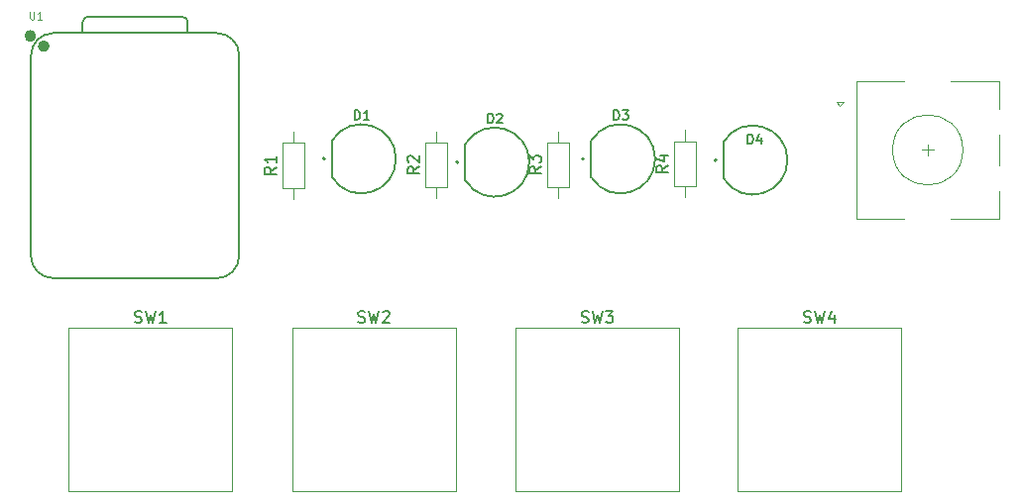
<source format=gbr>
%TF.GenerationSoftware,KiCad,Pcbnew,9.0.2*%
%TF.CreationDate,2025-06-28T18:10:06-07:00*%
%TF.ProjectId,pcb,7063622e-6b69-4636-9164-5f7063625858,rev?*%
%TF.SameCoordinates,Original*%
%TF.FileFunction,Legend,Top*%
%TF.FilePolarity,Positive*%
%FSLAX46Y46*%
G04 Gerber Fmt 4.6, Leading zero omitted, Abs format (unit mm)*
G04 Created by KiCad (PCBNEW 9.0.2) date 2025-06-28 18:10:06*
%MOMM*%
%LPD*%
G01*
G04 APERTURE LIST*
%ADD10C,0.150000*%
%ADD11C,0.101600*%
%ADD12C,0.120000*%
%ADD13C,0.127000*%
%ADD14C,0.100000*%
%ADD15C,0.504000*%
%ADD16C,0.200000*%
G04 APERTURE END LIST*
D10*
X113016667Y-87783200D02*
X113159524Y-87830819D01*
X113159524Y-87830819D02*
X113397619Y-87830819D01*
X113397619Y-87830819D02*
X113492857Y-87783200D01*
X113492857Y-87783200D02*
X113540476Y-87735580D01*
X113540476Y-87735580D02*
X113588095Y-87640342D01*
X113588095Y-87640342D02*
X113588095Y-87545104D01*
X113588095Y-87545104D02*
X113540476Y-87449866D01*
X113540476Y-87449866D02*
X113492857Y-87402247D01*
X113492857Y-87402247D02*
X113397619Y-87354628D01*
X113397619Y-87354628D02*
X113207143Y-87307009D01*
X113207143Y-87307009D02*
X113111905Y-87259390D01*
X113111905Y-87259390D02*
X113064286Y-87211771D01*
X113064286Y-87211771D02*
X113016667Y-87116533D01*
X113016667Y-87116533D02*
X113016667Y-87021295D01*
X113016667Y-87021295D02*
X113064286Y-86926057D01*
X113064286Y-86926057D02*
X113111905Y-86878438D01*
X113111905Y-86878438D02*
X113207143Y-86830819D01*
X113207143Y-86830819D02*
X113445238Y-86830819D01*
X113445238Y-86830819D02*
X113588095Y-86878438D01*
X113921429Y-86830819D02*
X114159524Y-87830819D01*
X114159524Y-87830819D02*
X114350000Y-87116533D01*
X114350000Y-87116533D02*
X114540476Y-87830819D01*
X114540476Y-87830819D02*
X114778572Y-86830819D01*
X115064286Y-86830819D02*
X115683333Y-86830819D01*
X115683333Y-86830819D02*
X115350000Y-87211771D01*
X115350000Y-87211771D02*
X115492857Y-87211771D01*
X115492857Y-87211771D02*
X115588095Y-87259390D01*
X115588095Y-87259390D02*
X115635714Y-87307009D01*
X115635714Y-87307009D02*
X115683333Y-87402247D01*
X115683333Y-87402247D02*
X115683333Y-87640342D01*
X115683333Y-87640342D02*
X115635714Y-87735580D01*
X115635714Y-87735580D02*
X115588095Y-87783200D01*
X115588095Y-87783200D02*
X115492857Y-87830819D01*
X115492857Y-87830819D02*
X115207143Y-87830819D01*
X115207143Y-87830819D02*
X115111905Y-87783200D01*
X115111905Y-87783200D02*
X115064286Y-87735580D01*
D11*
X65886190Y-61253479D02*
X65886190Y-61767526D01*
X65886190Y-61767526D02*
X65916428Y-61828002D01*
X65916428Y-61828002D02*
X65946666Y-61858241D01*
X65946666Y-61858241D02*
X66007142Y-61888479D01*
X66007142Y-61888479D02*
X66128095Y-61888479D01*
X66128095Y-61888479D02*
X66188571Y-61858241D01*
X66188571Y-61858241D02*
X66218809Y-61828002D01*
X66218809Y-61828002D02*
X66249047Y-61767526D01*
X66249047Y-61767526D02*
X66249047Y-61253479D01*
X66884047Y-61888479D02*
X66521190Y-61888479D01*
X66702618Y-61888479D02*
X66702618Y-61253479D01*
X66702618Y-61253479D02*
X66642142Y-61344193D01*
X66642142Y-61344193D02*
X66581666Y-61404669D01*
X66581666Y-61404669D02*
X66521190Y-61434907D01*
D10*
X132016667Y-87783200D02*
X132159524Y-87830819D01*
X132159524Y-87830819D02*
X132397619Y-87830819D01*
X132397619Y-87830819D02*
X132492857Y-87783200D01*
X132492857Y-87783200D02*
X132540476Y-87735580D01*
X132540476Y-87735580D02*
X132588095Y-87640342D01*
X132588095Y-87640342D02*
X132588095Y-87545104D01*
X132588095Y-87545104D02*
X132540476Y-87449866D01*
X132540476Y-87449866D02*
X132492857Y-87402247D01*
X132492857Y-87402247D02*
X132397619Y-87354628D01*
X132397619Y-87354628D02*
X132207143Y-87307009D01*
X132207143Y-87307009D02*
X132111905Y-87259390D01*
X132111905Y-87259390D02*
X132064286Y-87211771D01*
X132064286Y-87211771D02*
X132016667Y-87116533D01*
X132016667Y-87116533D02*
X132016667Y-87021295D01*
X132016667Y-87021295D02*
X132064286Y-86926057D01*
X132064286Y-86926057D02*
X132111905Y-86878438D01*
X132111905Y-86878438D02*
X132207143Y-86830819D01*
X132207143Y-86830819D02*
X132445238Y-86830819D01*
X132445238Y-86830819D02*
X132588095Y-86878438D01*
X132921429Y-86830819D02*
X133159524Y-87830819D01*
X133159524Y-87830819D02*
X133350000Y-87116533D01*
X133350000Y-87116533D02*
X133540476Y-87830819D01*
X133540476Y-87830819D02*
X133778572Y-86830819D01*
X134588095Y-87164152D02*
X134588095Y-87830819D01*
X134350000Y-86783200D02*
X134111905Y-87497485D01*
X134111905Y-87497485D02*
X134730952Y-87497485D01*
X93926667Y-87773200D02*
X94069524Y-87820819D01*
X94069524Y-87820819D02*
X94307619Y-87820819D01*
X94307619Y-87820819D02*
X94402857Y-87773200D01*
X94402857Y-87773200D02*
X94450476Y-87725580D01*
X94450476Y-87725580D02*
X94498095Y-87630342D01*
X94498095Y-87630342D02*
X94498095Y-87535104D01*
X94498095Y-87535104D02*
X94450476Y-87439866D01*
X94450476Y-87439866D02*
X94402857Y-87392247D01*
X94402857Y-87392247D02*
X94307619Y-87344628D01*
X94307619Y-87344628D02*
X94117143Y-87297009D01*
X94117143Y-87297009D02*
X94021905Y-87249390D01*
X94021905Y-87249390D02*
X93974286Y-87201771D01*
X93974286Y-87201771D02*
X93926667Y-87106533D01*
X93926667Y-87106533D02*
X93926667Y-87011295D01*
X93926667Y-87011295D02*
X93974286Y-86916057D01*
X93974286Y-86916057D02*
X94021905Y-86868438D01*
X94021905Y-86868438D02*
X94117143Y-86820819D01*
X94117143Y-86820819D02*
X94355238Y-86820819D01*
X94355238Y-86820819D02*
X94498095Y-86868438D01*
X94831429Y-86820819D02*
X95069524Y-87820819D01*
X95069524Y-87820819D02*
X95260000Y-87106533D01*
X95260000Y-87106533D02*
X95450476Y-87820819D01*
X95450476Y-87820819D02*
X95688572Y-86820819D01*
X96021905Y-86916057D02*
X96069524Y-86868438D01*
X96069524Y-86868438D02*
X96164762Y-86820819D01*
X96164762Y-86820819D02*
X96402857Y-86820819D01*
X96402857Y-86820819D02*
X96498095Y-86868438D01*
X96498095Y-86868438D02*
X96545714Y-86916057D01*
X96545714Y-86916057D02*
X96593333Y-87011295D01*
X96593333Y-87011295D02*
X96593333Y-87106533D01*
X96593333Y-87106533D02*
X96545714Y-87249390D01*
X96545714Y-87249390D02*
X95974286Y-87820819D01*
X95974286Y-87820819D02*
X96593333Y-87820819D01*
X74866667Y-87783200D02*
X75009524Y-87830819D01*
X75009524Y-87830819D02*
X75247619Y-87830819D01*
X75247619Y-87830819D02*
X75342857Y-87783200D01*
X75342857Y-87783200D02*
X75390476Y-87735580D01*
X75390476Y-87735580D02*
X75438095Y-87640342D01*
X75438095Y-87640342D02*
X75438095Y-87545104D01*
X75438095Y-87545104D02*
X75390476Y-87449866D01*
X75390476Y-87449866D02*
X75342857Y-87402247D01*
X75342857Y-87402247D02*
X75247619Y-87354628D01*
X75247619Y-87354628D02*
X75057143Y-87307009D01*
X75057143Y-87307009D02*
X74961905Y-87259390D01*
X74961905Y-87259390D02*
X74914286Y-87211771D01*
X74914286Y-87211771D02*
X74866667Y-87116533D01*
X74866667Y-87116533D02*
X74866667Y-87021295D01*
X74866667Y-87021295D02*
X74914286Y-86926057D01*
X74914286Y-86926057D02*
X74961905Y-86878438D01*
X74961905Y-86878438D02*
X75057143Y-86830819D01*
X75057143Y-86830819D02*
X75295238Y-86830819D01*
X75295238Y-86830819D02*
X75438095Y-86878438D01*
X75771429Y-86830819D02*
X76009524Y-87830819D01*
X76009524Y-87830819D02*
X76200000Y-87116533D01*
X76200000Y-87116533D02*
X76390476Y-87830819D01*
X76390476Y-87830819D02*
X76628572Y-86830819D01*
X77533333Y-87830819D02*
X76961905Y-87830819D01*
X77247619Y-87830819D02*
X77247619Y-86830819D01*
X77247619Y-86830819D02*
X77152381Y-86973676D01*
X77152381Y-86973676D02*
X77057143Y-87068914D01*
X77057143Y-87068914D02*
X76961905Y-87116533D01*
X120364819Y-74396666D02*
X119888628Y-74729999D01*
X120364819Y-74968094D02*
X119364819Y-74968094D01*
X119364819Y-74968094D02*
X119364819Y-74587142D01*
X119364819Y-74587142D02*
X119412438Y-74491904D01*
X119412438Y-74491904D02*
X119460057Y-74444285D01*
X119460057Y-74444285D02*
X119555295Y-74396666D01*
X119555295Y-74396666D02*
X119698152Y-74396666D01*
X119698152Y-74396666D02*
X119793390Y-74444285D01*
X119793390Y-74444285D02*
X119841009Y-74491904D01*
X119841009Y-74491904D02*
X119888628Y-74587142D01*
X119888628Y-74587142D02*
X119888628Y-74968094D01*
X119698152Y-73539523D02*
X120364819Y-73539523D01*
X119317200Y-73777618D02*
X120031485Y-74015713D01*
X120031485Y-74015713D02*
X120031485Y-73396666D01*
X109524819Y-74486666D02*
X109048628Y-74819999D01*
X109524819Y-75058094D02*
X108524819Y-75058094D01*
X108524819Y-75058094D02*
X108524819Y-74677142D01*
X108524819Y-74677142D02*
X108572438Y-74581904D01*
X108572438Y-74581904D02*
X108620057Y-74534285D01*
X108620057Y-74534285D02*
X108715295Y-74486666D01*
X108715295Y-74486666D02*
X108858152Y-74486666D01*
X108858152Y-74486666D02*
X108953390Y-74534285D01*
X108953390Y-74534285D02*
X109001009Y-74581904D01*
X109001009Y-74581904D02*
X109048628Y-74677142D01*
X109048628Y-74677142D02*
X109048628Y-75058094D01*
X108524819Y-74153332D02*
X108524819Y-73534285D01*
X108524819Y-73534285D02*
X108905771Y-73867618D01*
X108905771Y-73867618D02*
X108905771Y-73724761D01*
X108905771Y-73724761D02*
X108953390Y-73629523D01*
X108953390Y-73629523D02*
X109001009Y-73581904D01*
X109001009Y-73581904D02*
X109096247Y-73534285D01*
X109096247Y-73534285D02*
X109334342Y-73534285D01*
X109334342Y-73534285D02*
X109429580Y-73581904D01*
X109429580Y-73581904D02*
X109477200Y-73629523D01*
X109477200Y-73629523D02*
X109524819Y-73724761D01*
X109524819Y-73724761D02*
X109524819Y-74010475D01*
X109524819Y-74010475D02*
X109477200Y-74105713D01*
X109477200Y-74105713D02*
X109429580Y-74153332D01*
X99134819Y-74486666D02*
X98658628Y-74819999D01*
X99134819Y-75058094D02*
X98134819Y-75058094D01*
X98134819Y-75058094D02*
X98134819Y-74677142D01*
X98134819Y-74677142D02*
X98182438Y-74581904D01*
X98182438Y-74581904D02*
X98230057Y-74534285D01*
X98230057Y-74534285D02*
X98325295Y-74486666D01*
X98325295Y-74486666D02*
X98468152Y-74486666D01*
X98468152Y-74486666D02*
X98563390Y-74534285D01*
X98563390Y-74534285D02*
X98611009Y-74581904D01*
X98611009Y-74581904D02*
X98658628Y-74677142D01*
X98658628Y-74677142D02*
X98658628Y-75058094D01*
X98230057Y-74105713D02*
X98182438Y-74058094D01*
X98182438Y-74058094D02*
X98134819Y-73962856D01*
X98134819Y-73962856D02*
X98134819Y-73724761D01*
X98134819Y-73724761D02*
X98182438Y-73629523D01*
X98182438Y-73629523D02*
X98230057Y-73581904D01*
X98230057Y-73581904D02*
X98325295Y-73534285D01*
X98325295Y-73534285D02*
X98420533Y-73534285D01*
X98420533Y-73534285D02*
X98563390Y-73581904D01*
X98563390Y-73581904D02*
X99134819Y-74153332D01*
X99134819Y-74153332D02*
X99134819Y-73534285D01*
X86914819Y-74526666D02*
X86438628Y-74859999D01*
X86914819Y-75098094D02*
X85914819Y-75098094D01*
X85914819Y-75098094D02*
X85914819Y-74717142D01*
X85914819Y-74717142D02*
X85962438Y-74621904D01*
X85962438Y-74621904D02*
X86010057Y-74574285D01*
X86010057Y-74574285D02*
X86105295Y-74526666D01*
X86105295Y-74526666D02*
X86248152Y-74526666D01*
X86248152Y-74526666D02*
X86343390Y-74574285D01*
X86343390Y-74574285D02*
X86391009Y-74621904D01*
X86391009Y-74621904D02*
X86438628Y-74717142D01*
X86438628Y-74717142D02*
X86438628Y-75098094D01*
X86914819Y-73574285D02*
X86914819Y-74145713D01*
X86914819Y-73859999D02*
X85914819Y-73859999D01*
X85914819Y-73859999D02*
X86057676Y-73955237D01*
X86057676Y-73955237D02*
X86152914Y-74050475D01*
X86152914Y-74050475D02*
X86200533Y-74145713D01*
X127199524Y-72512295D02*
X127199524Y-71712295D01*
X127199524Y-71712295D02*
X127390000Y-71712295D01*
X127390000Y-71712295D02*
X127504286Y-71750390D01*
X127504286Y-71750390D02*
X127580476Y-71826580D01*
X127580476Y-71826580D02*
X127618571Y-71902771D01*
X127618571Y-71902771D02*
X127656667Y-72055152D01*
X127656667Y-72055152D02*
X127656667Y-72169438D01*
X127656667Y-72169438D02*
X127618571Y-72321819D01*
X127618571Y-72321819D02*
X127580476Y-72398009D01*
X127580476Y-72398009D02*
X127504286Y-72474200D01*
X127504286Y-72474200D02*
X127390000Y-72512295D01*
X127390000Y-72512295D02*
X127199524Y-72512295D01*
X128342381Y-71978961D02*
X128342381Y-72512295D01*
X128151905Y-71674200D02*
X127961428Y-72245628D01*
X127961428Y-72245628D02*
X128456667Y-72245628D01*
X115779524Y-70464295D02*
X115779524Y-69664295D01*
X115779524Y-69664295D02*
X115970000Y-69664295D01*
X115970000Y-69664295D02*
X116084286Y-69702390D01*
X116084286Y-69702390D02*
X116160476Y-69778580D01*
X116160476Y-69778580D02*
X116198571Y-69854771D01*
X116198571Y-69854771D02*
X116236667Y-70007152D01*
X116236667Y-70007152D02*
X116236667Y-70121438D01*
X116236667Y-70121438D02*
X116198571Y-70273819D01*
X116198571Y-70273819D02*
X116160476Y-70350009D01*
X116160476Y-70350009D02*
X116084286Y-70426200D01*
X116084286Y-70426200D02*
X115970000Y-70464295D01*
X115970000Y-70464295D02*
X115779524Y-70464295D01*
X116503333Y-69664295D02*
X116998571Y-69664295D01*
X116998571Y-69664295D02*
X116731905Y-69969057D01*
X116731905Y-69969057D02*
X116846190Y-69969057D01*
X116846190Y-69969057D02*
X116922381Y-70007152D01*
X116922381Y-70007152D02*
X116960476Y-70045247D01*
X116960476Y-70045247D02*
X116998571Y-70121438D01*
X116998571Y-70121438D02*
X116998571Y-70311914D01*
X116998571Y-70311914D02*
X116960476Y-70388104D01*
X116960476Y-70388104D02*
X116922381Y-70426200D01*
X116922381Y-70426200D02*
X116846190Y-70464295D01*
X116846190Y-70464295D02*
X116617619Y-70464295D01*
X116617619Y-70464295D02*
X116541428Y-70426200D01*
X116541428Y-70426200D02*
X116503333Y-70388104D01*
X105029524Y-70744295D02*
X105029524Y-69944295D01*
X105029524Y-69944295D02*
X105220000Y-69944295D01*
X105220000Y-69944295D02*
X105334286Y-69982390D01*
X105334286Y-69982390D02*
X105410476Y-70058580D01*
X105410476Y-70058580D02*
X105448571Y-70134771D01*
X105448571Y-70134771D02*
X105486667Y-70287152D01*
X105486667Y-70287152D02*
X105486667Y-70401438D01*
X105486667Y-70401438D02*
X105448571Y-70553819D01*
X105448571Y-70553819D02*
X105410476Y-70630009D01*
X105410476Y-70630009D02*
X105334286Y-70706200D01*
X105334286Y-70706200D02*
X105220000Y-70744295D01*
X105220000Y-70744295D02*
X105029524Y-70744295D01*
X105791428Y-70020485D02*
X105829524Y-69982390D01*
X105829524Y-69982390D02*
X105905714Y-69944295D01*
X105905714Y-69944295D02*
X106096190Y-69944295D01*
X106096190Y-69944295D02*
X106172381Y-69982390D01*
X106172381Y-69982390D02*
X106210476Y-70020485D01*
X106210476Y-70020485D02*
X106248571Y-70096676D01*
X106248571Y-70096676D02*
X106248571Y-70172866D01*
X106248571Y-70172866D02*
X106210476Y-70287152D01*
X106210476Y-70287152D02*
X105753333Y-70744295D01*
X105753333Y-70744295D02*
X106248571Y-70744295D01*
X93639524Y-70464295D02*
X93639524Y-69664295D01*
X93639524Y-69664295D02*
X93830000Y-69664295D01*
X93830000Y-69664295D02*
X93944286Y-69702390D01*
X93944286Y-69702390D02*
X94020476Y-69778580D01*
X94020476Y-69778580D02*
X94058571Y-69854771D01*
X94058571Y-69854771D02*
X94096667Y-70007152D01*
X94096667Y-70007152D02*
X94096667Y-70121438D01*
X94096667Y-70121438D02*
X94058571Y-70273819D01*
X94058571Y-70273819D02*
X94020476Y-70350009D01*
X94020476Y-70350009D02*
X93944286Y-70426200D01*
X93944286Y-70426200D02*
X93830000Y-70464295D01*
X93830000Y-70464295D02*
X93639524Y-70464295D01*
X94858571Y-70464295D02*
X94401428Y-70464295D01*
X94630000Y-70464295D02*
X94630000Y-69664295D01*
X94630000Y-69664295D02*
X94553809Y-69778580D01*
X94553809Y-69778580D02*
X94477619Y-69854771D01*
X94477619Y-69854771D02*
X94401428Y-69892866D01*
D12*
%TO.C,SW3*%
X121335000Y-102235000D02*
X107365000Y-102235000D01*
X121335000Y-88265000D02*
X121335000Y-102235000D01*
X107365000Y-102235000D02*
X107365000Y-88265000D01*
X107365000Y-88265000D02*
X121335000Y-88265000D01*
D13*
%TO.C,U1*%
X65980000Y-82109000D02*
X65980000Y-64964000D01*
X67885000Y-84014000D02*
X81855000Y-84014000D01*
X70375000Y-63059000D02*
X70378728Y-62148728D01*
X70878728Y-61649000D02*
X78874000Y-61649000D01*
X79374000Y-62149000D02*
X79374000Y-63059000D01*
D14*
X81855000Y-63059000D02*
X67885000Y-63059000D01*
D13*
X81855000Y-63059000D02*
X67885000Y-63059000D01*
X83760000Y-82109000D02*
X83760000Y-64964000D01*
X65980000Y-64964000D02*
G75*
G02*
X67885000Y-63059000I1905001J-1D01*
G01*
X67885000Y-84014000D02*
G75*
G02*
X65980000Y-82109000I1J1905001D01*
G01*
X70378728Y-62148728D02*
G75*
G02*
X70878728Y-61649001I500018J-291D01*
G01*
X78874000Y-61649000D02*
G75*
G02*
X79374000Y-62149000I0J-500000D01*
G01*
X81855000Y-63059000D02*
G75*
G02*
X83760000Y-64964000I0J-1905000D01*
G01*
X83760000Y-82109000D02*
G75*
G02*
X81855000Y-84014000I-1905000J0D01*
G01*
D15*
X66172000Y-63300000D02*
G75*
G02*
X65668000Y-63300000I-252000J0D01*
G01*
X65668000Y-63300000D02*
G75*
G02*
X66172000Y-63300000I252000J0D01*
G01*
X67315000Y-64180000D02*
G75*
G02*
X66811000Y-64180000I-252000J0D01*
G01*
X66811000Y-64180000D02*
G75*
G02*
X67315000Y-64180000I252000J0D01*
G01*
D12*
%TO.C,SW5*%
X134770000Y-68950000D02*
X135370000Y-68950000D01*
X135070000Y-69250000D02*
X134770000Y-68950000D01*
X135370000Y-68950000D02*
X135070000Y-69250000D01*
X142070000Y-73050000D02*
X143070000Y-73050000D01*
X140570000Y-78950000D02*
X136470000Y-78950000D01*
X142570000Y-72550000D02*
X142570000Y-73550000D01*
X148670000Y-71750000D02*
X148670000Y-74350000D01*
X148670000Y-67150000D02*
X148670000Y-69550000D01*
X148670000Y-76550000D02*
X148670000Y-78950000D01*
X136470000Y-67150000D02*
X136470000Y-78950000D01*
X140570000Y-67150000D02*
X136470000Y-67150000D01*
X148670000Y-78950000D02*
X144570000Y-78950000D01*
X144570000Y-67150000D02*
X148670000Y-67150000D01*
X145570000Y-73050000D02*
G75*
G02*
X139570000Y-73050000I-3000000J0D01*
G01*
X139570000Y-73050000D02*
G75*
G02*
X145570000Y-73050000I3000000J0D01*
G01*
%TO.C,SW4*%
X126365000Y-88265000D02*
X140335000Y-88265000D01*
X126365000Y-102235000D02*
X126365000Y-88265000D01*
X140335000Y-88265000D02*
X140335000Y-102235000D01*
X140335000Y-102235000D02*
X126365000Y-102235000D01*
%TO.C,SW2*%
X88275000Y-88255000D02*
X102245000Y-88255000D01*
X88275000Y-102225000D02*
X88275000Y-88255000D01*
X102245000Y-88255000D02*
X102245000Y-102225000D01*
X102245000Y-102225000D02*
X88275000Y-102225000D01*
%TO.C,SW1*%
X69215000Y-88265000D02*
X83185000Y-88265000D01*
X69215000Y-102235000D02*
X69215000Y-88265000D01*
X83185000Y-88265000D02*
X83185000Y-102235000D01*
X83185000Y-102235000D02*
X69215000Y-102235000D01*
%TO.C,R4*%
X121830000Y-77100000D02*
X121830000Y-76150000D01*
X121830000Y-71360000D02*
X121830000Y-72310000D01*
X120910000Y-76150000D02*
X122750000Y-76150000D01*
X122750000Y-72310000D01*
X120910000Y-72310000D01*
X120910000Y-76150000D01*
%TO.C,R3*%
X110990000Y-77190000D02*
X110990000Y-76240000D01*
X110990000Y-71450000D02*
X110990000Y-72400000D01*
X110070000Y-76240000D02*
X111910000Y-76240000D01*
X111910000Y-72400000D01*
X110070000Y-72400000D01*
X110070000Y-76240000D01*
%TO.C,R2*%
X100600000Y-77190000D02*
X100600000Y-76240000D01*
X100600000Y-71450000D02*
X100600000Y-72400000D01*
X99680000Y-76240000D02*
X101520000Y-76240000D01*
X101520000Y-72400000D01*
X99680000Y-72400000D01*
X99680000Y-76240000D01*
%TO.C,R1*%
X88380000Y-77230000D02*
X88380000Y-76280000D01*
X88380000Y-71490000D02*
X88380000Y-72440000D01*
X87460000Y-76280000D02*
X89300000Y-76280000D01*
X89300000Y-72440000D01*
X87460000Y-72440000D01*
X87460000Y-76280000D01*
D16*
%TO.C,D4*%
X124530000Y-73910000D02*
G75*
G02*
X124330000Y-73910000I-100000J0D01*
G01*
X124330000Y-73910000D02*
G75*
G02*
X124530000Y-73910000I100000J0D01*
G01*
D13*
X125130000Y-72344000D02*
X125130000Y-75476000D01*
X125130000Y-72344000D02*
G75*
G02*
X125130000Y-75476000I2506124J-1566000D01*
G01*
D16*
%TO.C,D3*%
X113230000Y-73810000D02*
G75*
G02*
X113030000Y-73810000I-100000J0D01*
G01*
X113030000Y-73810000D02*
G75*
G02*
X113230000Y-73810000I100000J0D01*
G01*
D13*
X113830000Y-72244000D02*
X113830000Y-75376000D01*
X113830000Y-72244000D02*
G75*
G02*
X113830000Y-75376000I2506124J-1566000D01*
G01*
D16*
%TO.C,D2*%
X102480000Y-74090000D02*
G75*
G02*
X102280000Y-74090000I-100000J0D01*
G01*
X102280000Y-74090000D02*
G75*
G02*
X102480000Y-74090000I100000J0D01*
G01*
D13*
X103080000Y-72524000D02*
X103080000Y-75656000D01*
X103080000Y-72524000D02*
G75*
G02*
X103080000Y-75656000I2506124J-1566000D01*
G01*
D16*
%TO.C,D1*%
X91090000Y-73810000D02*
G75*
G02*
X90890000Y-73810000I-100000J0D01*
G01*
X90890000Y-73810000D02*
G75*
G02*
X91090000Y-73810000I100000J0D01*
G01*
D13*
X91690000Y-72244000D02*
X91690000Y-75376000D01*
X91690000Y-72244000D02*
G75*
G02*
X91690000Y-75376000I2506124J-1566000D01*
G01*
%TD*%
M02*

</source>
